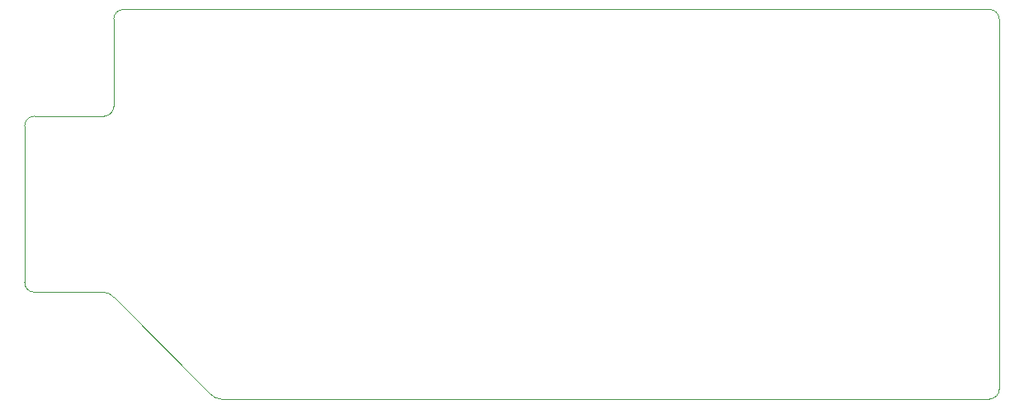
<source format=gbr>
%TF.GenerationSoftware,KiCad,Pcbnew,6.0.11+dfsg-1~bpo11+1*%
%TF.CreationDate,2024-03-27T19:00:15-04:00*%
%TF.ProjectId,Module - Adjustable single rail PSU,4d6f6475-6c65-4202-9d20-41646a757374,1.0.0*%
%TF.SameCoordinates,Original*%
%TF.FileFunction,Profile,NP*%
%FSLAX46Y46*%
G04 Gerber Fmt 4.6, Leading zero omitted, Abs format (unit mm)*
G04 Created by KiCad (PCBNEW 6.0.11+dfsg-1~bpo11+1) date 2024-03-27 19:00:15*
%MOMM*%
%LPD*%
G01*
G04 APERTURE LIST*
%TA.AperFunction,Profile*%
%ADD10C,0.050000*%
%TD*%
G04 APERTURE END LIST*
D10*
X59144000Y-109548000D02*
X69144000Y-119548000D01*
X150000000Y-81000000D02*
G75*
G03*
X149000000Y-80000000I-1000000J0D01*
G01*
X51000000Y-90960000D02*
G75*
G03*
X50000000Y-91960000I0J-1000000D01*
G01*
X50000000Y-108040000D02*
X50000000Y-91960000D01*
X60144000Y-80000000D02*
X149000000Y-80000000D01*
X59144004Y-109547997D02*
G75*
G03*
X58144000Y-109040000I-1113204J-953103D01*
G01*
X59144000Y-81000000D02*
X59144000Y-89960000D01*
X60144000Y-80000000D02*
G75*
G03*
X59144000Y-81000000I0J-1000000D01*
G01*
X149000000Y-120000000D02*
G75*
G03*
X150000000Y-119000000I0J1000000D01*
G01*
X69143988Y-119548010D02*
G75*
G03*
X70144000Y-120000000I995112J869410D01*
G01*
X150000000Y-119000000D02*
X150000000Y-81000000D01*
X51000000Y-90960000D02*
X58144000Y-90960000D01*
X50000000Y-108040000D02*
G75*
G03*
X51000000Y-109040000I1000000J0D01*
G01*
X58144000Y-90960000D02*
G75*
G03*
X59144000Y-89960000I0J1000000D01*
G01*
X58144000Y-109040000D02*
X51000000Y-109040000D01*
X149000000Y-120000000D02*
X70144000Y-120000000D01*
M02*

</source>
